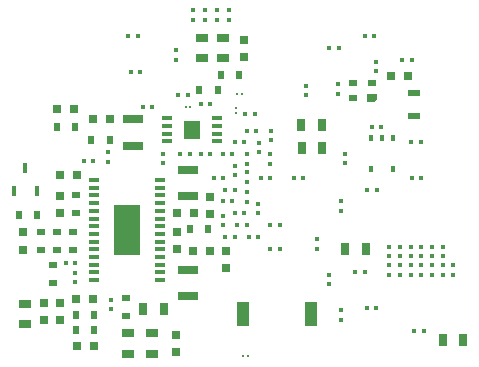
<source format=gbr>
G04 --- HEADER BEGIN --- *
G04 #@! TF.GenerationSoftware,LibrePCB,LibrePCB,1.1.0*
G04 #@! TF.CreationDate,2024-09-08T17:15:58*
G04 #@! TF.ProjectId,flasher,f4b07f79-14a2-4070-9d7d-1f686dcb10c4,v1*
G04 #@! TF.Part,Single*
G04 #@! TF.SameCoordinates*
G04 #@! TF.FileFunction,Paste,Bot*
G04 #@! TF.FilePolarity,Positive*
%FSLAX66Y66*%
%MOMM*%
G01*
G75*
G04 --- HEADER END --- *
G04 --- APERTURE LIST BEGIN --- *
%ADD10R,0.76X1.06*%
%ADD11R,0.32X0.42*%
%ADD12R,0.4X0.6*%
%ADD13R,0.96X0.36*%
%ADD14R,2.192X4.202*%
%ADD15R,0.42X0.32*%
%ADD16R,1.06X0.76*%
%ADD17R,1.81X0.76*%
%ADD18R,0.805X0.336*%
%ADD19R,1.344X1.544*%
%ADD20R,0.65X0.6*%
%ADD21R,0.66X0.56*%
%AMOUTLINE22*4,1,5,-0.35,0.4,0.125,0.4,0.35,0.175,0.35,-0.4,-0.35,-0.4,-0.35,0.4,270.0*%
%ADD22OUTLINE22*%
%ADD23R,0.6X0.65*%
%ADD24R,0.16X0.16*%
%ADD25R,0.69X0.64*%
%ADD26R,0.64X0.69*%
%ADD27R,1.1X0.6*%
%ADD28R,1.04X2.14*%
%ADD29R,0.448X0.838*%
G04 --- APERTURE LIST END --- *
G04 --- BOARD BEGIN --- *
D10*
G04 #@! TO.C,C66*
X14097000Y-13214000D03*
X15847000Y-13214000D03*
D11*
G04 #@! TO.C,C43*
X-1499000Y-4476000D03*
X-2299000Y-4476000D03*
G04 #@! TO.C,C44*
X-3500000Y-4475000D03*
X-4300000Y-4475000D03*
D12*
G04 #@! TO.C,XTAL2*
X9917000Y3862000D03*
X8017000Y1242000D03*
X9917000Y1242000D03*
X8967000Y3862000D03*
X8017000Y3862000D03*
D11*
G04 #@! TO.C,C71*
X-500000Y-5480000D03*
X300000Y-5480000D03*
D13*
G04 #@! TO.C,VREG1*
X-9855028Y-2925000D03*
X-15405028Y325000D03*
X-15405028Y-7475000D03*
X-15405028Y-1625000D03*
X-9855028Y-4225000D03*
X-15405028Y-8125000D03*
X-9855028Y-6825000D03*
X-15405028Y-2925000D03*
X-9855028Y-3575000D03*
X-9855028Y-975000D03*
X-15405028Y-5525000D03*
X-9855028Y-325000D03*
X-15405028Y-6825000D03*
X-9855028Y-2275000D03*
X-9855028Y-8125000D03*
X-9855028Y325000D03*
X-9855028Y-4875000D03*
X-15405028Y-325000D03*
X-15405028Y-975000D03*
D14*
X-12630028Y-3900000D03*
D13*
X-9855028Y-7475000D03*
X-9855028Y-6175000D03*
X-15405028Y-4875000D03*
X-15405028Y-6175000D03*
X-9855028Y-5525000D03*
X-15405028Y-4225000D03*
X-15405028Y-2275000D03*
X-15405028Y-3575000D03*
X-9855028Y-1625000D03*
D11*
G04 #@! TO.C,C59*
X-11499000Y9522000D03*
X-12299000Y9522000D03*
D15*
G04 #@! TO.C,C6*
X3499000Y-5475000D03*
X3499000Y-4675000D03*
D16*
G04 #@! TO.C,C24*
X-6300000Y12375000D03*
X-6300000Y10625000D03*
D17*
G04 #@! TO.C,L4*
X-12098000Y5486000D03*
X-12098000Y3236000D03*
D11*
G04 #@! TO.C,C78*
X-4500000Y2525000D03*
X-3700000Y2525000D03*
D18*
G04 #@! TO.C,VREG2*
X-9213028Y3611000D03*
X-9213028Y5561000D03*
X-4993028Y4261000D03*
X-4993028Y5561000D03*
X-9213028Y4911000D03*
X-4993028Y4911000D03*
X-4993028Y3611000D03*
D19*
X-7103028Y4586000D03*
D18*
X-9213028Y4261000D03*
D15*
G04 #@! TO.C,C88*
X9600000Y-6900000D03*
X9600000Y-7700000D03*
D20*
G04 #@! TO.C,R10*
X-18900000Y-8425000D03*
X-18900000Y-6875000D03*
D11*
G04 #@! TO.C,C56*
X8501000Y-471000D03*
X7701000Y-471000D03*
D21*
G04 #@! TO.C,OSC1*
X6500000Y8524000D03*
X6500000Y7274000D03*
X8150000Y8524000D03*
D22*
X8150000Y7274000D03*
D11*
G04 #@! TO.C,C53*
X11457000Y3528000D03*
X12257000Y3528000D03*
G04 #@! TO.C,C40*
X-3501000Y-2475000D03*
X-2701000Y-2475000D03*
D17*
G04 #@! TO.C,L2*
X-7500000Y-9525000D03*
X-7500000Y-7275000D03*
D15*
G04 #@! TO.C,C99*
X-7000000Y14700000D03*
X-7000000Y13900000D03*
D16*
G04 #@! TO.C,C18*
X-12500000Y-12625000D03*
X-12500000Y-14375000D03*
D11*
G04 #@! TO.C,C32*
X-6393000Y2500000D03*
X-5593000Y2500000D03*
D15*
G04 #@! TO.C,C75*
X-4500000Y-3475000D03*
X-4500000Y-2675000D03*
G04 #@! TO.C,C90*
X11400000Y-6900000D03*
X11400000Y-7700000D03*
D23*
G04 #@! TO.C,R18*
X-3157000Y9240000D03*
X-4707000Y9240000D03*
G04 #@! TO.C,R14*
X-18555000Y4824000D03*
X-17005000Y4824000D03*
D15*
G04 #@! TO.C,C47*
X-3500000Y1525000D03*
X-3500000Y725000D03*
G04 #@! TO.C,C91*
X12300000Y-6900000D03*
X12300000Y-7700000D03*
G04 #@! TO.C,C92*
X13200000Y-6900000D03*
X13200000Y-7700000D03*
G04 #@! TO.C,C54*
X-8470000Y10507000D03*
X-8470000Y11307000D03*
D20*
G04 #@! TO.C,R4*
X-18560000Y-4055000D03*
X-18560000Y-5605000D03*
D24*
G04 #@! TO.C,R15*
X-3400000Y6000000D03*
X-3400000Y6400000D03*
D15*
G04 #@! TO.C,C14*
X-14000000Y-9800000D03*
X-14000000Y-10600000D03*
G04 #@! TO.C,C4*
X-1476000Y3500000D03*
X-1476000Y2700000D03*
D11*
G04 #@! TO.C,C72*
X-501000Y-3476000D03*
X299000Y-3476000D03*
D20*
G04 #@! TO.C,R7*
X-12735000Y-9625000D03*
X-12735000Y-11175000D03*
D25*
G04 #@! TO.C,C22*
X-17070000Y6385000D03*
X-18520000Y6385000D03*
D15*
G04 #@! TO.C,C102*
X-4000000Y14700000D03*
X-4000000Y13900000D03*
G04 #@! TO.C,C37*
X-14200000Y1900000D03*
X-14200000Y2700000D03*
D11*
G04 #@! TO.C,C94*
X12500000Y-12475000D03*
X11700000Y-12475000D03*
D23*
G04 #@! TO.C,R11*
X-16948000Y-11056000D03*
X-15398000Y-11056000D03*
D24*
G04 #@! TO.C,R28*
X-2418000Y-14538000D03*
X-2818000Y-14538000D03*
D15*
G04 #@! TO.C,C87*
X14100000Y-5300000D03*
X14100000Y-6100000D03*
D26*
G04 #@! TO.C,C36*
X-19670000Y-11527972D03*
X-19670000Y-10077972D03*
D16*
G04 #@! TO.C,C34*
X-21270000Y-10128000D03*
X-21270000Y-11878000D03*
D26*
G04 #@! TO.C,C15*
X-4200000Y-5675000D03*
X-4200000Y-7125000D03*
D15*
G04 #@! TO.C,C65*
X5200000Y8427000D03*
X5200000Y7627000D03*
D16*
G04 #@! TO.C,C25*
X-4500000Y12375000D03*
X-4500000Y10625000D03*
D26*
G04 #@! TO.C,C21*
X-5600000Y-1075000D03*
X-5600000Y-2525000D03*
D15*
G04 #@! TO.C,C84*
X11400000Y-5300000D03*
X11400000Y-6100000D03*
D24*
G04 #@! TO.C,R17*
X-7670000Y6490000D03*
X-7270000Y6490000D03*
D11*
G04 #@! TO.C,C23*
X-15495000Y1975000D03*
X-16295000Y1975000D03*
D15*
G04 #@! TO.C,C100*
X-6000000Y14700000D03*
X-6000000Y13900000D03*
D11*
G04 #@! TO.C,C41*
X-3500000Y-475000D03*
X-4300000Y-475000D03*
D20*
G04 #@! TO.C,R3*
X-19934000Y-5605000D03*
X-19934000Y-4055000D03*
D15*
G04 #@! TO.C,C82*
X13200000Y-5300000D03*
X13200000Y-6100000D03*
D23*
G04 #@! TO.C,R12*
X-15398000Y-12387000D03*
X-16948000Y-12387000D03*
D26*
G04 #@! TO.C,C9*
X-8400000Y-5525000D03*
X-8400000Y-4075000D03*
D15*
G04 #@! TO.C,C98*
X-2500000Y-700000D03*
X-2500000Y-1500000D03*
D11*
G04 #@! TO.C,C60*
X8500000Y-10472000D03*
X7700000Y-10472000D03*
D25*
G04 #@! TO.C,C30*
X-15538000Y5461000D03*
X-14088000Y5461000D03*
D11*
G04 #@! TO.C,C31*
X-1817000Y5959000D03*
X-2617000Y5959000D03*
D23*
G04 #@! TO.C,R5*
X-5725000Y-3800000D03*
X-7275000Y-3800000D03*
D20*
G04 #@! TO.C,R8*
X-17200000Y-4055000D03*
X-17200000Y-5605000D03*
D15*
G04 #@! TO.C,C1*
X-2499000Y2524000D03*
X-2499000Y1724000D03*
D23*
G04 #@! TO.C,R19*
X-4953000Y7920000D03*
X-6503000Y7920000D03*
D15*
G04 #@! TO.C,C2*
X-474000Y4500000D03*
X-474000Y3700000D03*
D26*
G04 #@! TO.C,C20*
X-8500000Y-14225000D03*
X-8500000Y-12775000D03*
D11*
G04 #@! TO.C,C69*
X-7493000Y7523000D03*
X-8293000Y7523000D03*
D25*
G04 #@! TO.C,C16*
X-15377000Y-13714000D03*
X-16827000Y-13714000D03*
D11*
G04 #@! TO.C,C63*
X7500000Y12524000D03*
X8300000Y12524000D03*
D25*
G04 #@! TO.C,C39*
X11175000Y9124000D03*
X9725000Y9124000D03*
D10*
G04 #@! TO.C,C49*
X5825000Y-5476000D03*
X7575000Y-5476000D03*
D15*
G04 #@! TO.C,C62*
X2500000Y7525000D03*
X2500000Y8325000D03*
G04 #@! TO.C,C46*
X-500000Y2524000D03*
X-500000Y1724000D03*
D25*
G04 #@! TO.C,C28*
X-5613000Y-5641000D03*
X-7063000Y-5641000D03*
D11*
G04 #@! TO.C,C13*
X-17800000Y-6700000D03*
X-17000000Y-6700000D03*
D15*
G04 #@! TO.C,C79*
X-9618000Y2549000D03*
X-9618000Y1749000D03*
D11*
G04 #@! TO.C,C64*
X11500000Y10524000D03*
X10700000Y10524000D03*
D23*
G04 #@! TO.C,R21*
X-21800000Y-2650000D03*
X-20250000Y-2650000D03*
D27*
G04 #@! TO.C,R27*
X11665000Y7674000D03*
X11665000Y5724000D03*
D11*
G04 #@! TO.C,C5*
X-3501000Y3525000D03*
X-2701000Y3525000D03*
D15*
G04 #@! TO.C,C12*
X-17000000Y-8300000D03*
X-17000000Y-7500000D03*
D10*
G04 #@! TO.C,C8*
X3875000Y5000000D03*
X2125000Y5000000D03*
D15*
G04 #@! TO.C,C86*
X9600000Y-5300000D03*
X9600000Y-6100000D03*
G04 #@! TO.C,C81*
X15000000Y-6900000D03*
X15000000Y-7700000D03*
D11*
G04 #@! TO.C,C68*
X-12500000Y12522000D03*
X-11700000Y12522000D03*
D26*
G04 #@! TO.C,C11*
X-18300000Y-1025000D03*
X-18300000Y-2475000D03*
D11*
G04 #@! TO.C,C50*
X-10500000Y6524000D03*
X-11300000Y6524000D03*
G04 #@! TO.C,C70*
X-8100000Y2500000D03*
X-7300000Y2500000D03*
G04 #@! TO.C,C38*
X8092000Y4812000D03*
X8892000Y4812000D03*
D24*
G04 #@! TO.C,R16*
X-2900000Y7600000D03*
X-3300000Y7600000D03*
D15*
G04 #@! TO.C,C93*
X14100000Y-6900000D03*
X14100000Y-7700000D03*
D11*
G04 #@! TO.C,C77*
X-4500000Y524000D03*
X-5300000Y524000D03*
D26*
G04 #@! TO.C,C95*
X-21400000Y-5555000D03*
X-21400000Y-4105000D03*
D11*
G04 #@! TO.C,C76*
X-4500000Y-1475000D03*
X-3700000Y-1475000D03*
D25*
G04 #@! TO.C,C27*
X-6943000Y-2489000D03*
X-8393000Y-2489000D03*
D11*
G04 #@! TO.C,C3*
X-2501000Y4525000D03*
X-1701000Y4525000D03*
D15*
G04 #@! TO.C,C52*
X5501000Y-11476000D03*
X5501000Y-10676000D03*
G04 #@! TO.C,C58*
X5809000Y2564000D03*
X5809000Y1764000D03*
D16*
G04 #@! TO.C,C19*
X-10500000Y-12625000D03*
X-10500000Y-14375000D03*
D25*
G04 #@! TO.C,C17*
X-16927000Y-9723000D03*
X-15477000Y-9723000D03*
D15*
G04 #@! TO.C,C51*
X8500000Y9525000D03*
X8500000Y10325000D03*
D28*
G04 #@! TO.C,C80*
X-2775000Y-11000000D03*
X2975000Y-11000000D03*
D15*
G04 #@! TO.C,C7*
X4499000Y-8472000D03*
X4499000Y-7672000D03*
G04 #@! TO.C,C55*
X5499000Y-1475000D03*
X5499000Y-2275000D03*
D26*
G04 #@! TO.C,C35*
X-18270000Y-11528000D03*
X-18270000Y-10078000D03*
D11*
G04 #@! TO.C,C45*
X-2500000Y-3475000D03*
X-3300000Y-3475000D03*
G04 #@! TO.C,C33*
X-5593000Y6771000D03*
X-6393000Y6771000D03*
G04 #@! TO.C,C57*
X11501000Y524000D03*
X12301000Y524000D03*
D17*
G04 #@! TO.C,L3*
X-7500000Y1225000D03*
X-7500000Y-1025000D03*
D11*
G04 #@! TO.C,C61*
X1500000Y525000D03*
X2300000Y525000D03*
D10*
G04 #@! TO.C,C103*
X-11275000Y-10600000D03*
X-9525000Y-10600000D03*
D23*
G04 #@! TO.C,R13*
X-14105000Y3735000D03*
X-15655000Y3735000D03*
D15*
G04 #@! TO.C,C85*
X10500000Y-5300000D03*
X10500000Y-6100000D03*
G04 #@! TO.C,C97*
X-2500000Y1000000D03*
X-2500000Y200000D03*
D29*
G04 #@! TO.C,T3*
X-21236000Y1392028D03*
X-22186000Y-557972D03*
X-20286000Y-557972D03*
D11*
G04 #@! TO.C,C48*
X7497000Y-7472000D03*
X6697000Y-7472000D03*
D15*
G04 #@! TO.C,C83*
X12300000Y-5300000D03*
X12300000Y-6100000D03*
G04 #@! TO.C,C89*
X10500000Y-6900000D03*
X10500000Y-7700000D03*
D11*
G04 #@! TO.C,C67*
X4489000Y11524000D03*
X5289000Y11524000D03*
D10*
G04 #@! TO.C,C73*
X2151000Y3013000D03*
X3901000Y3013000D03*
D26*
G04 #@! TO.C,C26*
X-2700000Y10775000D03*
X-2700000Y12225000D03*
D15*
G04 #@! TO.C,C101*
X-5000000Y14700000D03*
X-5000000Y13900000D03*
D25*
G04 #@! TO.C,C10*
X-18325000Y800000D03*
X-16875000Y800000D03*
D20*
G04 #@! TO.C,R9*
X-16900000Y-947000D03*
X-16900000Y-2497000D03*
D15*
G04 #@! TO.C,C42*
X-1500000Y-1676000D03*
X-1500000Y-2476000D03*
D11*
G04 #@! TO.C,C74*
X-500000Y524000D03*
X-1300000Y524000D03*
G04 --- BOARD END --- *
G04 #@! TF.MD5,618e4911541937382e1a94d000ab3a1a*
M02*

</source>
